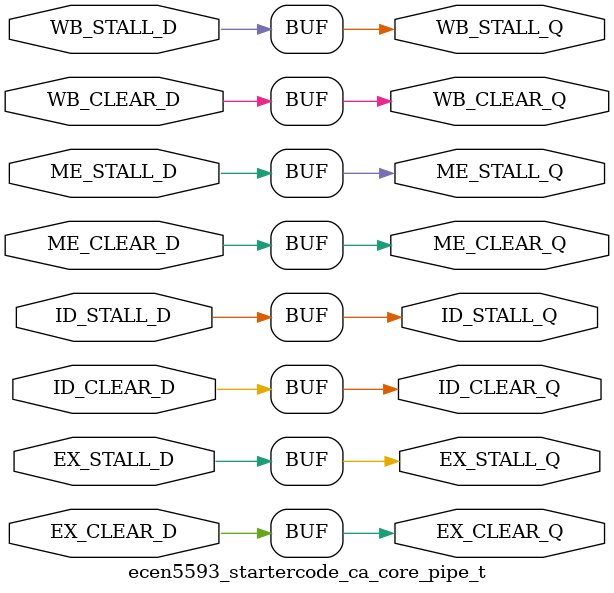
<source format=v>
/**
 *  Codasip s.r.o.
 * 
 *  CONFIDENTIAL
 * 
 *  Copyright 2024 Codasip s.r.o.
 * 
 *  All Rights Reserved.
 *  This file is part of the Codasip Studio product. No part of the Studio product, including this
 *  file, may be use, copied, modified, or distributed except in accordance with the terms contained
 *  in Codasip license agreement under which you obtained this file.
 * 
 *  \file
 *  \date    2024-04-28
 *  \author  Codasip (c) HW generator
 *  \version 9.4.2
 *  \brief   Contains module definition of the 'ecen5593_startercode_ca_core_pipe_t' pipeline controller.
 */

module ecen5593_startercode_ca_core_pipe_t(
    input  wire EX_CLEAR_D,
    input  wire EX_STALL_D,
    input  wire ID_CLEAR_D,
    input  wire ID_STALL_D,
    input  wire ME_CLEAR_D,
    input  wire ME_STALL_D,
    input  wire WB_CLEAR_D,
    input  wire WB_STALL_D,
    output wire EX_CLEAR_Q,
    output wire EX_STALL_Q,
    output wire ID_CLEAR_Q,
    output wire ID_STALL_Q,
    output wire ME_CLEAR_Q,
    output wire ME_STALL_Q,
    output wire WB_CLEAR_Q,
    output wire WB_STALL_Q
);
    // data-path code:
    assign ID_CLEAR_Q = ID_CLEAR_D;
    assign ID_STALL_Q = ID_STALL_D;
    assign EX_CLEAR_Q = EX_CLEAR_D;
    assign EX_STALL_Q = EX_STALL_D;
    assign ME_CLEAR_Q = ME_CLEAR_D;
    assign ME_STALL_Q = ME_STALL_D;
    assign WB_CLEAR_Q = WB_CLEAR_D;
    assign WB_STALL_Q = WB_STALL_D;
endmodule // ecen5593_startercode_ca_core_pipe_t

</source>
